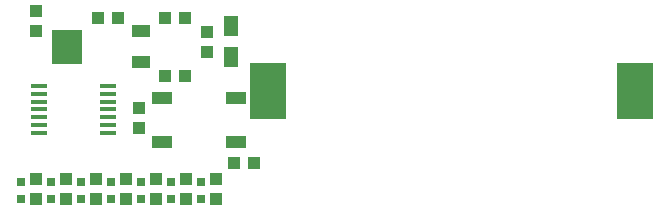
<source format=gtp>
G04 Layer_Color=8421504*
%FSLAX25Y25*%
%MOIN*%
G70*
G01*
G75*
%ADD10R,0.03937X0.04331*%
%ADD11R,0.12402X0.18819*%
%ADD12R,0.04331X0.03937*%
%ADD13R,0.06693X0.03937*%
%ADD14R,0.06299X0.03937*%
%ADD15R,0.09842X0.11811*%
%ADD16R,0.04764X0.07047*%
%ADD17R,0.03150X0.03150*%
%ADD18R,0.05800X0.01400*%
D10*
X486000Y404654D02*
D03*
Y411346D02*
D03*
X508500Y430154D02*
D03*
Y436846D02*
D03*
X511500Y381154D02*
D03*
Y387846D02*
D03*
X501500Y381154D02*
D03*
Y387846D02*
D03*
X491500Y381000D02*
D03*
Y387693D02*
D03*
X481500Y381154D02*
D03*
Y387846D02*
D03*
X471500Y381154D02*
D03*
Y387846D02*
D03*
X461500Y381154D02*
D03*
Y387846D02*
D03*
X451500Y381154D02*
D03*
Y387846D02*
D03*
Y437154D02*
D03*
Y443846D02*
D03*
D11*
X651205Y417000D02*
D03*
X529000D02*
D03*
D12*
X494654Y422000D02*
D03*
X501346D02*
D03*
X494654Y441500D02*
D03*
X501346D02*
D03*
X517654Y393000D02*
D03*
X524346D02*
D03*
X478846Y441500D02*
D03*
X472154D02*
D03*
D13*
X493598Y414980D02*
D03*
Y400020D02*
D03*
X518402Y414980D02*
D03*
Y400020D02*
D03*
D14*
X486500Y426764D02*
D03*
Y437000D02*
D03*
D15*
X461894Y431882D02*
D03*
D16*
X516500Y438657D02*
D03*
Y428343D02*
D03*
D17*
X506500Y381047D02*
D03*
Y386953D02*
D03*
X496500Y381047D02*
D03*
Y386953D02*
D03*
X486500Y381047D02*
D03*
Y386953D02*
D03*
X476500Y381047D02*
D03*
Y386953D02*
D03*
X466500Y381047D02*
D03*
Y386953D02*
D03*
X456500Y381047D02*
D03*
Y386953D02*
D03*
X446500Y381047D02*
D03*
Y386953D02*
D03*
D18*
X452500Y418700D02*
D03*
Y416100D02*
D03*
Y413600D02*
D03*
Y411000D02*
D03*
Y408400D02*
D03*
Y405900D02*
D03*
Y403300D02*
D03*
X475500D02*
D03*
Y405900D02*
D03*
Y408400D02*
D03*
Y411000D02*
D03*
Y413600D02*
D03*
Y416100D02*
D03*
Y418700D02*
D03*
M02*

</source>
